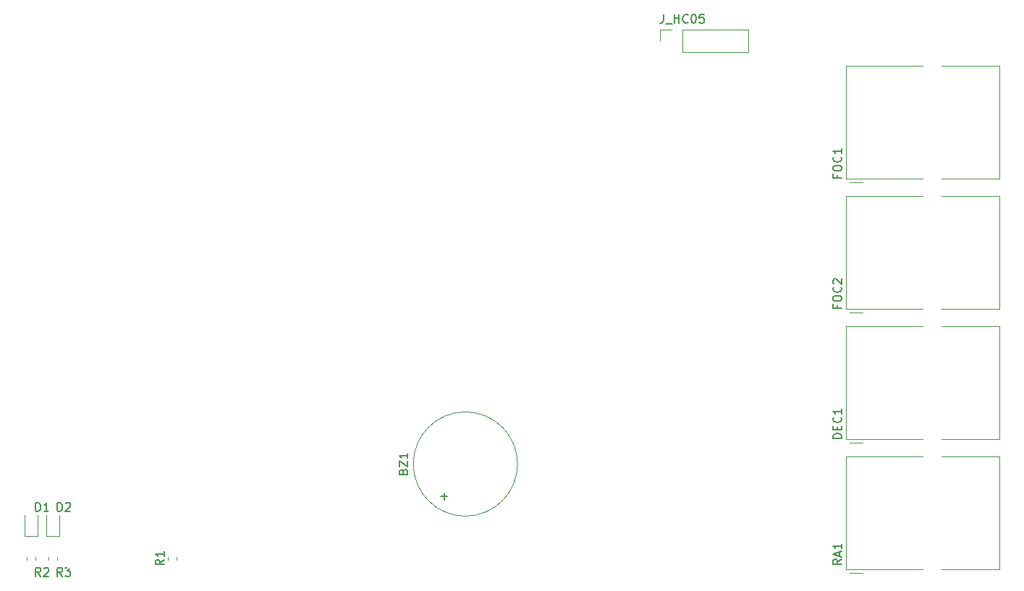
<source format=gbr>
G04 #@! TF.GenerationSoftware,KiCad,Pcbnew,5.1.5+dfsg1-2build2*
G04 #@! TF.CreationDate,2020-09-05T16:32:43+02:00*
G04 #@! TF.ProjectId,onstep-ramps-shield,6f6e7374-6570-42d7-9261-6d70732d7368,1*
G04 #@! TF.SameCoordinates,Original*
G04 #@! TF.FileFunction,Legend,Top*
G04 #@! TF.FilePolarity,Positive*
%FSLAX46Y46*%
G04 Gerber Fmt 4.6, Leading zero omitted, Abs format (unit mm)*
G04 Created by KiCad (PCBNEW 5.1.5+dfsg1-2build2) date 2020-09-05 16:32:43*
%MOMM*%
%LPD*%
G04 APERTURE LIST*
%ADD10C,0.120000*%
%ADD11C,0.100000*%
%ADD12C,0.150000*%
%ADD13O,1.700000X1.700000*%
%ADD14R,1.700000X1.700000*%
%ADD15C,0.152400*%
%ADD16R,1.520000X1.520000*%
%ADD17C,3.250000*%
%ADD18C,1.520000*%
%ADD19O,1.800000X2.800000*%
%ADD20C,2.000000*%
%ADD21R,2.000000X2.000000*%
G04 APERTURE END LIST*
D10*
X93220000Y-115346267D02*
X93220000Y-115003733D01*
X92200000Y-115346267D02*
X92200000Y-115003733D01*
X90680000Y-115346267D02*
X90680000Y-115003733D01*
X89660000Y-115346267D02*
X89660000Y-115003733D01*
X107190000Y-115346267D02*
X107190000Y-115003733D01*
X106170000Y-115346267D02*
X106170000Y-115003733D01*
X93445000Y-112545000D02*
X93445000Y-110085000D01*
X91975000Y-112545000D02*
X93445000Y-112545000D01*
X91975000Y-110085000D02*
X91975000Y-112545000D01*
X90905000Y-112545000D02*
X90905000Y-110085000D01*
X89435000Y-112545000D02*
X90905000Y-112545000D01*
X89435000Y-110085000D02*
X89435000Y-112545000D01*
X163770000Y-54610000D02*
X163770000Y-53280000D01*
X163770000Y-53280000D02*
X165100000Y-53280000D01*
X166370000Y-53280000D02*
X174050000Y-53280000D01*
X174050000Y-55940000D02*
X174050000Y-53280000D01*
X166370000Y-55940000D02*
X174050000Y-55940000D01*
X166370000Y-55940000D02*
X166370000Y-53280000D01*
X185460000Y-116460000D02*
X185460000Y-103260000D01*
X185460000Y-103260000D02*
X194480000Y-103260000D01*
D11*
X203340000Y-103260000D02*
X203460000Y-103260000D01*
D10*
X203460000Y-103260000D02*
X196680000Y-103260000D01*
D11*
X203450000Y-103260000D02*
X203460000Y-103260000D01*
D10*
X203460000Y-103260000D02*
X203460000Y-116460000D01*
X203460000Y-116460000D02*
X196680000Y-116460000D01*
D11*
X194410000Y-116460000D02*
X194480000Y-116460000D01*
D10*
X194480000Y-116460000D02*
X185460000Y-116460000D01*
X187460000Y-116930000D02*
X185930000Y-116930000D01*
X185460000Y-85980000D02*
X185460000Y-72780000D01*
X185460000Y-72780000D02*
X194480000Y-72780000D01*
D11*
X203340000Y-72780000D02*
X203460000Y-72780000D01*
D10*
X203460000Y-72780000D02*
X196680000Y-72780000D01*
D11*
X203450000Y-72780000D02*
X203460000Y-72780000D01*
D10*
X203460000Y-72780000D02*
X203460000Y-85980000D01*
X203460000Y-85980000D02*
X196680000Y-85980000D01*
D11*
X194410000Y-85980000D02*
X194480000Y-85980000D01*
D10*
X194480000Y-85980000D02*
X185460000Y-85980000D01*
X187460000Y-86450000D02*
X185930000Y-86450000D01*
X185460000Y-70740000D02*
X185460000Y-57540000D01*
X185460000Y-57540000D02*
X194480000Y-57540000D01*
D11*
X203340000Y-57540000D02*
X203460000Y-57540000D01*
D10*
X203460000Y-57540000D02*
X196680000Y-57540000D01*
D11*
X203450000Y-57540000D02*
X203460000Y-57540000D01*
D10*
X203460000Y-57540000D02*
X203460000Y-70740000D01*
X203460000Y-70740000D02*
X196680000Y-70740000D01*
D11*
X194410000Y-70740000D02*
X194480000Y-70740000D01*
D10*
X194480000Y-70740000D02*
X185460000Y-70740000D01*
X187460000Y-71210000D02*
X185930000Y-71210000D01*
X185460000Y-101220000D02*
X185460000Y-88020000D01*
X185460000Y-88020000D02*
X194480000Y-88020000D01*
D11*
X203340000Y-88020000D02*
X203460000Y-88020000D01*
D10*
X203460000Y-88020000D02*
X196680000Y-88020000D01*
D11*
X203450000Y-88020000D02*
X203460000Y-88020000D01*
D10*
X203460000Y-88020000D02*
X203460000Y-101220000D01*
X203460000Y-101220000D02*
X196680000Y-101220000D01*
D11*
X194410000Y-101220000D02*
X194480000Y-101220000D01*
D10*
X194480000Y-101220000D02*
X185460000Y-101220000D01*
X187460000Y-101690000D02*
X185930000Y-101690000D01*
X147070000Y-104150000D02*
G75*
G03X147070000Y-104150000I-6100000J0D01*
G01*
D12*
X93813333Y-117292380D02*
X93480000Y-116816190D01*
X93241904Y-117292380D02*
X93241904Y-116292380D01*
X93622857Y-116292380D01*
X93718095Y-116340000D01*
X93765714Y-116387619D01*
X93813333Y-116482857D01*
X93813333Y-116625714D01*
X93765714Y-116720952D01*
X93718095Y-116768571D01*
X93622857Y-116816190D01*
X93241904Y-116816190D01*
X94146666Y-116292380D02*
X94765714Y-116292380D01*
X94432380Y-116673333D01*
X94575238Y-116673333D01*
X94670476Y-116720952D01*
X94718095Y-116768571D01*
X94765714Y-116863809D01*
X94765714Y-117101904D01*
X94718095Y-117197142D01*
X94670476Y-117244761D01*
X94575238Y-117292380D01*
X94289523Y-117292380D01*
X94194285Y-117244761D01*
X94146666Y-117197142D01*
X91273333Y-117292380D02*
X90940000Y-116816190D01*
X90701904Y-117292380D02*
X90701904Y-116292380D01*
X91082857Y-116292380D01*
X91178095Y-116340000D01*
X91225714Y-116387619D01*
X91273333Y-116482857D01*
X91273333Y-116625714D01*
X91225714Y-116720952D01*
X91178095Y-116768571D01*
X91082857Y-116816190D01*
X90701904Y-116816190D01*
X91654285Y-116387619D02*
X91701904Y-116340000D01*
X91797142Y-116292380D01*
X92035238Y-116292380D01*
X92130476Y-116340000D01*
X92178095Y-116387619D01*
X92225714Y-116482857D01*
X92225714Y-116578095D01*
X92178095Y-116720952D01*
X91606666Y-117292380D01*
X92225714Y-117292380D01*
X105702380Y-115341666D02*
X105226190Y-115675000D01*
X105702380Y-115913095D02*
X104702380Y-115913095D01*
X104702380Y-115532142D01*
X104750000Y-115436904D01*
X104797619Y-115389285D01*
X104892857Y-115341666D01*
X105035714Y-115341666D01*
X105130952Y-115389285D01*
X105178571Y-115436904D01*
X105226190Y-115532142D01*
X105226190Y-115913095D01*
X105702380Y-114389285D02*
X105702380Y-114960714D01*
X105702380Y-114675000D02*
X104702380Y-114675000D01*
X104845238Y-114770238D01*
X104940476Y-114865476D01*
X104988095Y-114960714D01*
X93241904Y-109672380D02*
X93241904Y-108672380D01*
X93480000Y-108672380D01*
X93622857Y-108720000D01*
X93718095Y-108815238D01*
X93765714Y-108910476D01*
X93813333Y-109100952D01*
X93813333Y-109243809D01*
X93765714Y-109434285D01*
X93718095Y-109529523D01*
X93622857Y-109624761D01*
X93480000Y-109672380D01*
X93241904Y-109672380D01*
X94194285Y-108767619D02*
X94241904Y-108720000D01*
X94337142Y-108672380D01*
X94575238Y-108672380D01*
X94670476Y-108720000D01*
X94718095Y-108767619D01*
X94765714Y-108862857D01*
X94765714Y-108958095D01*
X94718095Y-109100952D01*
X94146666Y-109672380D01*
X94765714Y-109672380D01*
X90701904Y-109672380D02*
X90701904Y-108672380D01*
X90940000Y-108672380D01*
X91082857Y-108720000D01*
X91178095Y-108815238D01*
X91225714Y-108910476D01*
X91273333Y-109100952D01*
X91273333Y-109243809D01*
X91225714Y-109434285D01*
X91178095Y-109529523D01*
X91082857Y-109624761D01*
X90940000Y-109672380D01*
X90701904Y-109672380D01*
X92225714Y-109672380D02*
X91654285Y-109672380D01*
X91940000Y-109672380D02*
X91940000Y-108672380D01*
X91844761Y-108815238D01*
X91749523Y-108910476D01*
X91654285Y-108958095D01*
X164155714Y-51522380D02*
X164155714Y-52236666D01*
X164108095Y-52379523D01*
X164012857Y-52474761D01*
X163870000Y-52522380D01*
X163774761Y-52522380D01*
X164393809Y-52617619D02*
X165155714Y-52617619D01*
X165393809Y-52522380D02*
X165393809Y-51522380D01*
X165393809Y-51998571D02*
X165965238Y-51998571D01*
X165965238Y-52522380D02*
X165965238Y-51522380D01*
X167012857Y-52427142D02*
X166965238Y-52474761D01*
X166822380Y-52522380D01*
X166727142Y-52522380D01*
X166584285Y-52474761D01*
X166489047Y-52379523D01*
X166441428Y-52284285D01*
X166393809Y-52093809D01*
X166393809Y-51950952D01*
X166441428Y-51760476D01*
X166489047Y-51665238D01*
X166584285Y-51570000D01*
X166727142Y-51522380D01*
X166822380Y-51522380D01*
X166965238Y-51570000D01*
X167012857Y-51617619D01*
X167631904Y-51522380D02*
X167727142Y-51522380D01*
X167822380Y-51570000D01*
X167870000Y-51617619D01*
X167917619Y-51712857D01*
X167965238Y-51903333D01*
X167965238Y-52141428D01*
X167917619Y-52331904D01*
X167870000Y-52427142D01*
X167822380Y-52474761D01*
X167727142Y-52522380D01*
X167631904Y-52522380D01*
X167536666Y-52474761D01*
X167489047Y-52427142D01*
X167441428Y-52331904D01*
X167393809Y-52141428D01*
X167393809Y-51903333D01*
X167441428Y-51712857D01*
X167489047Y-51617619D01*
X167536666Y-51570000D01*
X167631904Y-51522380D01*
X168870000Y-51522380D02*
X168393809Y-51522380D01*
X168346190Y-51998571D01*
X168393809Y-51950952D01*
X168489047Y-51903333D01*
X168727142Y-51903333D01*
X168822380Y-51950952D01*
X168870000Y-51998571D01*
X168917619Y-52093809D01*
X168917619Y-52331904D01*
X168870000Y-52427142D01*
X168822380Y-52474761D01*
X168727142Y-52522380D01*
X168489047Y-52522380D01*
X168393809Y-52474761D01*
X168346190Y-52427142D01*
X184982380Y-115295238D02*
X184506190Y-115628571D01*
X184982380Y-115866666D02*
X183982380Y-115866666D01*
X183982380Y-115485714D01*
X184030000Y-115390476D01*
X184077619Y-115342857D01*
X184172857Y-115295238D01*
X184315714Y-115295238D01*
X184410952Y-115342857D01*
X184458571Y-115390476D01*
X184506190Y-115485714D01*
X184506190Y-115866666D01*
X184696666Y-114914285D02*
X184696666Y-114438095D01*
X184982380Y-115009523D02*
X183982380Y-114676190D01*
X184982380Y-114342857D01*
X184982380Y-113485714D02*
X184982380Y-114057142D01*
X184982380Y-113771428D02*
X183982380Y-113771428D01*
X184125238Y-113866666D01*
X184220476Y-113961904D01*
X184268095Y-114057142D01*
X184458571Y-85577142D02*
X184458571Y-85910476D01*
X184982380Y-85910476D02*
X183982380Y-85910476D01*
X183982380Y-85434285D01*
X183982380Y-84862857D02*
X183982380Y-84672380D01*
X184030000Y-84577142D01*
X184125238Y-84481904D01*
X184315714Y-84434285D01*
X184649047Y-84434285D01*
X184839523Y-84481904D01*
X184934761Y-84577142D01*
X184982380Y-84672380D01*
X184982380Y-84862857D01*
X184934761Y-84958095D01*
X184839523Y-85053333D01*
X184649047Y-85100952D01*
X184315714Y-85100952D01*
X184125238Y-85053333D01*
X184030000Y-84958095D01*
X183982380Y-84862857D01*
X184887142Y-83434285D02*
X184934761Y-83481904D01*
X184982380Y-83624761D01*
X184982380Y-83720000D01*
X184934761Y-83862857D01*
X184839523Y-83958095D01*
X184744285Y-84005714D01*
X184553809Y-84053333D01*
X184410952Y-84053333D01*
X184220476Y-84005714D01*
X184125238Y-83958095D01*
X184030000Y-83862857D01*
X183982380Y-83720000D01*
X183982380Y-83624761D01*
X184030000Y-83481904D01*
X184077619Y-83434285D01*
X184077619Y-83053333D02*
X184030000Y-83005714D01*
X183982380Y-82910476D01*
X183982380Y-82672380D01*
X184030000Y-82577142D01*
X184077619Y-82529523D01*
X184172857Y-82481904D01*
X184268095Y-82481904D01*
X184410952Y-82529523D01*
X184982380Y-83100952D01*
X184982380Y-82481904D01*
X184458571Y-70337142D02*
X184458571Y-70670476D01*
X184982380Y-70670476D02*
X183982380Y-70670476D01*
X183982380Y-70194285D01*
X183982380Y-69622857D02*
X183982380Y-69432380D01*
X184030000Y-69337142D01*
X184125238Y-69241904D01*
X184315714Y-69194285D01*
X184649047Y-69194285D01*
X184839523Y-69241904D01*
X184934761Y-69337142D01*
X184982380Y-69432380D01*
X184982380Y-69622857D01*
X184934761Y-69718095D01*
X184839523Y-69813333D01*
X184649047Y-69860952D01*
X184315714Y-69860952D01*
X184125238Y-69813333D01*
X184030000Y-69718095D01*
X183982380Y-69622857D01*
X184887142Y-68194285D02*
X184934761Y-68241904D01*
X184982380Y-68384761D01*
X184982380Y-68480000D01*
X184934761Y-68622857D01*
X184839523Y-68718095D01*
X184744285Y-68765714D01*
X184553809Y-68813333D01*
X184410952Y-68813333D01*
X184220476Y-68765714D01*
X184125238Y-68718095D01*
X184030000Y-68622857D01*
X183982380Y-68480000D01*
X183982380Y-68384761D01*
X184030000Y-68241904D01*
X184077619Y-68194285D01*
X184982380Y-67241904D02*
X184982380Y-67813333D01*
X184982380Y-67527619D02*
X183982380Y-67527619D01*
X184125238Y-67622857D01*
X184220476Y-67718095D01*
X184268095Y-67813333D01*
X184982380Y-101150476D02*
X183982380Y-101150476D01*
X183982380Y-100912380D01*
X184030000Y-100769523D01*
X184125238Y-100674285D01*
X184220476Y-100626666D01*
X184410952Y-100579047D01*
X184553809Y-100579047D01*
X184744285Y-100626666D01*
X184839523Y-100674285D01*
X184934761Y-100769523D01*
X184982380Y-100912380D01*
X184982380Y-101150476D01*
X184458571Y-100150476D02*
X184458571Y-99817142D01*
X184982380Y-99674285D02*
X184982380Y-100150476D01*
X183982380Y-100150476D01*
X183982380Y-99674285D01*
X184887142Y-98674285D02*
X184934761Y-98721904D01*
X184982380Y-98864761D01*
X184982380Y-98960000D01*
X184934761Y-99102857D01*
X184839523Y-99198095D01*
X184744285Y-99245714D01*
X184553809Y-99293333D01*
X184410952Y-99293333D01*
X184220476Y-99245714D01*
X184125238Y-99198095D01*
X184030000Y-99102857D01*
X183982380Y-98960000D01*
X183982380Y-98864761D01*
X184030000Y-98721904D01*
X184077619Y-98674285D01*
X184982380Y-97721904D02*
X184982380Y-98293333D01*
X184982380Y-98007619D02*
X183982380Y-98007619D01*
X184125238Y-98102857D01*
X184220476Y-98198095D01*
X184268095Y-98293333D01*
X133698571Y-105030952D02*
X133746190Y-104888095D01*
X133793809Y-104840476D01*
X133889047Y-104792857D01*
X134031904Y-104792857D01*
X134127142Y-104840476D01*
X134174761Y-104888095D01*
X134222380Y-104983333D01*
X134222380Y-105364285D01*
X133222380Y-105364285D01*
X133222380Y-105030952D01*
X133270000Y-104935714D01*
X133317619Y-104888095D01*
X133412857Y-104840476D01*
X133508095Y-104840476D01*
X133603333Y-104888095D01*
X133650952Y-104935714D01*
X133698571Y-105030952D01*
X133698571Y-105364285D01*
X133222380Y-104459523D02*
X133222380Y-103792857D01*
X134222380Y-104459523D01*
X134222380Y-103792857D01*
X134222380Y-102888095D02*
X134222380Y-103459523D01*
X134222380Y-103173809D02*
X133222380Y-103173809D01*
X133365238Y-103269047D01*
X133460476Y-103364285D01*
X133508095Y-103459523D01*
X138501428Y-108340952D02*
X138501428Y-107579047D01*
X138882380Y-107960000D02*
X138120476Y-107960000D01*
%LPC*%
D13*
X142240000Y-62230000D03*
X142240000Y-64770000D03*
X142240000Y-67310000D03*
D14*
X142240000Y-69850000D03*
D15*
G36*
X92970779Y-113776144D02*
G01*
X92993834Y-113779563D01*
X93016443Y-113785227D01*
X93038387Y-113793079D01*
X93059457Y-113803044D01*
X93079448Y-113815026D01*
X93098168Y-113828910D01*
X93115438Y-113844562D01*
X93131090Y-113861832D01*
X93144974Y-113880552D01*
X93156956Y-113900543D01*
X93166921Y-113921613D01*
X93174773Y-113943557D01*
X93180437Y-113966166D01*
X93183856Y-113989221D01*
X93185000Y-114012500D01*
X93185000Y-114587500D01*
X93183856Y-114610779D01*
X93180437Y-114633834D01*
X93174773Y-114656443D01*
X93166921Y-114678387D01*
X93156956Y-114699457D01*
X93144974Y-114719448D01*
X93131090Y-114738168D01*
X93115438Y-114755438D01*
X93098168Y-114771090D01*
X93079448Y-114784974D01*
X93059457Y-114796956D01*
X93038387Y-114806921D01*
X93016443Y-114814773D01*
X92993834Y-114820437D01*
X92970779Y-114823856D01*
X92947500Y-114825000D01*
X92472500Y-114825000D01*
X92449221Y-114823856D01*
X92426166Y-114820437D01*
X92403557Y-114814773D01*
X92381613Y-114806921D01*
X92360543Y-114796956D01*
X92340552Y-114784974D01*
X92321832Y-114771090D01*
X92304562Y-114755438D01*
X92288910Y-114738168D01*
X92275026Y-114719448D01*
X92263044Y-114699457D01*
X92253079Y-114678387D01*
X92245227Y-114656443D01*
X92239563Y-114633834D01*
X92236144Y-114610779D01*
X92235000Y-114587500D01*
X92235000Y-114012500D01*
X92236144Y-113989221D01*
X92239563Y-113966166D01*
X92245227Y-113943557D01*
X92253079Y-113921613D01*
X92263044Y-113900543D01*
X92275026Y-113880552D01*
X92288910Y-113861832D01*
X92304562Y-113844562D01*
X92321832Y-113828910D01*
X92340552Y-113815026D01*
X92360543Y-113803044D01*
X92381613Y-113793079D01*
X92403557Y-113785227D01*
X92426166Y-113779563D01*
X92449221Y-113776144D01*
X92472500Y-113775000D01*
X92947500Y-113775000D01*
X92970779Y-113776144D01*
G37*
G36*
X92970779Y-115526144D02*
G01*
X92993834Y-115529563D01*
X93016443Y-115535227D01*
X93038387Y-115543079D01*
X93059457Y-115553044D01*
X93079448Y-115565026D01*
X93098168Y-115578910D01*
X93115438Y-115594562D01*
X93131090Y-115611832D01*
X93144974Y-115630552D01*
X93156956Y-115650543D01*
X93166921Y-115671613D01*
X93174773Y-115693557D01*
X93180437Y-115716166D01*
X93183856Y-115739221D01*
X93185000Y-115762500D01*
X93185000Y-116337500D01*
X93183856Y-116360779D01*
X93180437Y-116383834D01*
X93174773Y-116406443D01*
X93166921Y-116428387D01*
X93156956Y-116449457D01*
X93144974Y-116469448D01*
X93131090Y-116488168D01*
X93115438Y-116505438D01*
X93098168Y-116521090D01*
X93079448Y-116534974D01*
X93059457Y-116546956D01*
X93038387Y-116556921D01*
X93016443Y-116564773D01*
X92993834Y-116570437D01*
X92970779Y-116573856D01*
X92947500Y-116575000D01*
X92472500Y-116575000D01*
X92449221Y-116573856D01*
X92426166Y-116570437D01*
X92403557Y-116564773D01*
X92381613Y-116556921D01*
X92360543Y-116546956D01*
X92340552Y-116534974D01*
X92321832Y-116521090D01*
X92304562Y-116505438D01*
X92288910Y-116488168D01*
X92275026Y-116469448D01*
X92263044Y-116449457D01*
X92253079Y-116428387D01*
X92245227Y-116406443D01*
X92239563Y-116383834D01*
X92236144Y-116360779D01*
X92235000Y-116337500D01*
X92235000Y-115762500D01*
X92236144Y-115739221D01*
X92239563Y-115716166D01*
X92245227Y-115693557D01*
X92253079Y-115671613D01*
X92263044Y-115650543D01*
X92275026Y-115630552D01*
X92288910Y-115611832D01*
X92304562Y-115594562D01*
X92321832Y-115578910D01*
X92340552Y-115565026D01*
X92360543Y-115553044D01*
X92381613Y-115543079D01*
X92403557Y-115535227D01*
X92426166Y-115529563D01*
X92449221Y-115526144D01*
X92472500Y-115525000D01*
X92947500Y-115525000D01*
X92970779Y-115526144D01*
G37*
G36*
X90430779Y-113776144D02*
G01*
X90453834Y-113779563D01*
X90476443Y-113785227D01*
X90498387Y-113793079D01*
X90519457Y-113803044D01*
X90539448Y-113815026D01*
X90558168Y-113828910D01*
X90575438Y-113844562D01*
X90591090Y-113861832D01*
X90604974Y-113880552D01*
X90616956Y-113900543D01*
X90626921Y-113921613D01*
X90634773Y-113943557D01*
X90640437Y-113966166D01*
X90643856Y-113989221D01*
X90645000Y-114012500D01*
X90645000Y-114587500D01*
X90643856Y-114610779D01*
X90640437Y-114633834D01*
X90634773Y-114656443D01*
X90626921Y-114678387D01*
X90616956Y-114699457D01*
X90604974Y-114719448D01*
X90591090Y-114738168D01*
X90575438Y-114755438D01*
X90558168Y-114771090D01*
X90539448Y-114784974D01*
X90519457Y-114796956D01*
X90498387Y-114806921D01*
X90476443Y-114814773D01*
X90453834Y-114820437D01*
X90430779Y-114823856D01*
X90407500Y-114825000D01*
X89932500Y-114825000D01*
X89909221Y-114823856D01*
X89886166Y-114820437D01*
X89863557Y-114814773D01*
X89841613Y-114806921D01*
X89820543Y-114796956D01*
X89800552Y-114784974D01*
X89781832Y-114771090D01*
X89764562Y-114755438D01*
X89748910Y-114738168D01*
X89735026Y-114719448D01*
X89723044Y-114699457D01*
X89713079Y-114678387D01*
X89705227Y-114656443D01*
X89699563Y-114633834D01*
X89696144Y-114610779D01*
X89695000Y-114587500D01*
X89695000Y-114012500D01*
X89696144Y-113989221D01*
X89699563Y-113966166D01*
X89705227Y-113943557D01*
X89713079Y-113921613D01*
X89723044Y-113900543D01*
X89735026Y-113880552D01*
X89748910Y-113861832D01*
X89764562Y-113844562D01*
X89781832Y-113828910D01*
X89800552Y-113815026D01*
X89820543Y-113803044D01*
X89841613Y-113793079D01*
X89863557Y-113785227D01*
X89886166Y-113779563D01*
X89909221Y-113776144D01*
X89932500Y-113775000D01*
X90407500Y-113775000D01*
X90430779Y-113776144D01*
G37*
G36*
X90430779Y-115526144D02*
G01*
X90453834Y-115529563D01*
X90476443Y-115535227D01*
X90498387Y-115543079D01*
X90519457Y-115553044D01*
X90539448Y-115565026D01*
X90558168Y-115578910D01*
X90575438Y-115594562D01*
X90591090Y-115611832D01*
X90604974Y-115630552D01*
X90616956Y-115650543D01*
X90626921Y-115671613D01*
X90634773Y-115693557D01*
X90640437Y-115716166D01*
X90643856Y-115739221D01*
X90645000Y-115762500D01*
X90645000Y-116337500D01*
X90643856Y-116360779D01*
X90640437Y-116383834D01*
X90634773Y-116406443D01*
X90626921Y-116428387D01*
X90616956Y-116449457D01*
X90604974Y-116469448D01*
X90591090Y-116488168D01*
X90575438Y-116505438D01*
X90558168Y-116521090D01*
X90539448Y-116534974D01*
X90519457Y-116546956D01*
X90498387Y-116556921D01*
X90476443Y-116564773D01*
X90453834Y-116570437D01*
X90430779Y-116573856D01*
X90407500Y-116575000D01*
X89932500Y-116575000D01*
X89909221Y-116573856D01*
X89886166Y-116570437D01*
X89863557Y-116564773D01*
X89841613Y-116556921D01*
X89820543Y-116546956D01*
X89800552Y-116534974D01*
X89781832Y-116521090D01*
X89764562Y-116505438D01*
X89748910Y-116488168D01*
X89735026Y-116469448D01*
X89723044Y-116449457D01*
X89713079Y-116428387D01*
X89705227Y-116406443D01*
X89699563Y-116383834D01*
X89696144Y-116360779D01*
X89695000Y-116337500D01*
X89695000Y-115762500D01*
X89696144Y-115739221D01*
X89699563Y-115716166D01*
X89705227Y-115693557D01*
X89713079Y-115671613D01*
X89723044Y-115650543D01*
X89735026Y-115630552D01*
X89748910Y-115611832D01*
X89764562Y-115594562D01*
X89781832Y-115578910D01*
X89800552Y-115565026D01*
X89820543Y-115553044D01*
X89841613Y-115543079D01*
X89863557Y-115535227D01*
X89886166Y-115529563D01*
X89909221Y-115526144D01*
X89932500Y-115525000D01*
X90407500Y-115525000D01*
X90430779Y-115526144D01*
G37*
G36*
X106940779Y-113776144D02*
G01*
X106963834Y-113779563D01*
X106986443Y-113785227D01*
X107008387Y-113793079D01*
X107029457Y-113803044D01*
X107049448Y-113815026D01*
X107068168Y-113828910D01*
X107085438Y-113844562D01*
X107101090Y-113861832D01*
X107114974Y-113880552D01*
X107126956Y-113900543D01*
X107136921Y-113921613D01*
X107144773Y-113943557D01*
X107150437Y-113966166D01*
X107153856Y-113989221D01*
X107155000Y-114012500D01*
X107155000Y-114587500D01*
X107153856Y-114610779D01*
X107150437Y-114633834D01*
X107144773Y-114656443D01*
X107136921Y-114678387D01*
X107126956Y-114699457D01*
X107114974Y-114719448D01*
X107101090Y-114738168D01*
X107085438Y-114755438D01*
X107068168Y-114771090D01*
X107049448Y-114784974D01*
X107029457Y-114796956D01*
X107008387Y-114806921D01*
X106986443Y-114814773D01*
X106963834Y-114820437D01*
X106940779Y-114823856D01*
X106917500Y-114825000D01*
X106442500Y-114825000D01*
X106419221Y-114823856D01*
X106396166Y-114820437D01*
X106373557Y-114814773D01*
X106351613Y-114806921D01*
X106330543Y-114796956D01*
X106310552Y-114784974D01*
X106291832Y-114771090D01*
X106274562Y-114755438D01*
X106258910Y-114738168D01*
X106245026Y-114719448D01*
X106233044Y-114699457D01*
X106223079Y-114678387D01*
X106215227Y-114656443D01*
X106209563Y-114633834D01*
X106206144Y-114610779D01*
X106205000Y-114587500D01*
X106205000Y-114012500D01*
X106206144Y-113989221D01*
X106209563Y-113966166D01*
X106215227Y-113943557D01*
X106223079Y-113921613D01*
X106233044Y-113900543D01*
X106245026Y-113880552D01*
X106258910Y-113861832D01*
X106274562Y-113844562D01*
X106291832Y-113828910D01*
X106310552Y-113815026D01*
X106330543Y-113803044D01*
X106351613Y-113793079D01*
X106373557Y-113785227D01*
X106396166Y-113779563D01*
X106419221Y-113776144D01*
X106442500Y-113775000D01*
X106917500Y-113775000D01*
X106940779Y-113776144D01*
G37*
G36*
X106940779Y-115526144D02*
G01*
X106963834Y-115529563D01*
X106986443Y-115535227D01*
X107008387Y-115543079D01*
X107029457Y-115553044D01*
X107049448Y-115565026D01*
X107068168Y-115578910D01*
X107085438Y-115594562D01*
X107101090Y-115611832D01*
X107114974Y-115630552D01*
X107126956Y-115650543D01*
X107136921Y-115671613D01*
X107144773Y-115693557D01*
X107150437Y-115716166D01*
X107153856Y-115739221D01*
X107155000Y-115762500D01*
X107155000Y-116337500D01*
X107153856Y-116360779D01*
X107150437Y-116383834D01*
X107144773Y-116406443D01*
X107136921Y-116428387D01*
X107126956Y-116449457D01*
X107114974Y-116469448D01*
X107101090Y-116488168D01*
X107085438Y-116505438D01*
X107068168Y-116521090D01*
X107049448Y-116534974D01*
X107029457Y-116546956D01*
X107008387Y-116556921D01*
X106986443Y-116564773D01*
X106963834Y-116570437D01*
X106940779Y-116573856D01*
X106917500Y-116575000D01*
X106442500Y-116575000D01*
X106419221Y-116573856D01*
X106396166Y-116570437D01*
X106373557Y-116564773D01*
X106351613Y-116556921D01*
X106330543Y-116546956D01*
X106310552Y-116534974D01*
X106291832Y-116521090D01*
X106274562Y-116505438D01*
X106258910Y-116488168D01*
X106245026Y-116469448D01*
X106233044Y-116449457D01*
X106223079Y-116428387D01*
X106215227Y-116406443D01*
X106209563Y-116383834D01*
X106206144Y-116360779D01*
X106205000Y-116337500D01*
X106205000Y-115762500D01*
X106206144Y-115739221D01*
X106209563Y-115716166D01*
X106215227Y-115693557D01*
X106223079Y-115671613D01*
X106233044Y-115650543D01*
X106245026Y-115630552D01*
X106258910Y-115611832D01*
X106274562Y-115594562D01*
X106291832Y-115578910D01*
X106310552Y-115565026D01*
X106330543Y-115553044D01*
X106351613Y-115543079D01*
X106373557Y-115535227D01*
X106396166Y-115529563D01*
X106419221Y-115526144D01*
X106442500Y-115525000D01*
X106917500Y-115525000D01*
X106940779Y-115526144D01*
G37*
G36*
X92970779Y-109486144D02*
G01*
X92993834Y-109489563D01*
X93016443Y-109495227D01*
X93038387Y-109503079D01*
X93059457Y-109513044D01*
X93079448Y-109525026D01*
X93098168Y-109538910D01*
X93115438Y-109554562D01*
X93131090Y-109571832D01*
X93144974Y-109590552D01*
X93156956Y-109610543D01*
X93166921Y-109631613D01*
X93174773Y-109653557D01*
X93180437Y-109676166D01*
X93183856Y-109699221D01*
X93185000Y-109722500D01*
X93185000Y-110297500D01*
X93183856Y-110320779D01*
X93180437Y-110343834D01*
X93174773Y-110366443D01*
X93166921Y-110388387D01*
X93156956Y-110409457D01*
X93144974Y-110429448D01*
X93131090Y-110448168D01*
X93115438Y-110465438D01*
X93098168Y-110481090D01*
X93079448Y-110494974D01*
X93059457Y-110506956D01*
X93038387Y-110516921D01*
X93016443Y-110524773D01*
X92993834Y-110530437D01*
X92970779Y-110533856D01*
X92947500Y-110535000D01*
X92472500Y-110535000D01*
X92449221Y-110533856D01*
X92426166Y-110530437D01*
X92403557Y-110524773D01*
X92381613Y-110516921D01*
X92360543Y-110506956D01*
X92340552Y-110494974D01*
X92321832Y-110481090D01*
X92304562Y-110465438D01*
X92288910Y-110448168D01*
X92275026Y-110429448D01*
X92263044Y-110409457D01*
X92253079Y-110388387D01*
X92245227Y-110366443D01*
X92239563Y-110343834D01*
X92236144Y-110320779D01*
X92235000Y-110297500D01*
X92235000Y-109722500D01*
X92236144Y-109699221D01*
X92239563Y-109676166D01*
X92245227Y-109653557D01*
X92253079Y-109631613D01*
X92263044Y-109610543D01*
X92275026Y-109590552D01*
X92288910Y-109571832D01*
X92304562Y-109554562D01*
X92321832Y-109538910D01*
X92340552Y-109525026D01*
X92360543Y-109513044D01*
X92381613Y-109503079D01*
X92403557Y-109495227D01*
X92426166Y-109489563D01*
X92449221Y-109486144D01*
X92472500Y-109485000D01*
X92947500Y-109485000D01*
X92970779Y-109486144D01*
G37*
G36*
X92970779Y-111236144D02*
G01*
X92993834Y-111239563D01*
X93016443Y-111245227D01*
X93038387Y-111253079D01*
X93059457Y-111263044D01*
X93079448Y-111275026D01*
X93098168Y-111288910D01*
X93115438Y-111304562D01*
X93131090Y-111321832D01*
X93144974Y-111340552D01*
X93156956Y-111360543D01*
X93166921Y-111381613D01*
X93174773Y-111403557D01*
X93180437Y-111426166D01*
X93183856Y-111449221D01*
X93185000Y-111472500D01*
X93185000Y-112047500D01*
X93183856Y-112070779D01*
X93180437Y-112093834D01*
X93174773Y-112116443D01*
X93166921Y-112138387D01*
X93156956Y-112159457D01*
X93144974Y-112179448D01*
X93131090Y-112198168D01*
X93115438Y-112215438D01*
X93098168Y-112231090D01*
X93079448Y-112244974D01*
X93059457Y-112256956D01*
X93038387Y-112266921D01*
X93016443Y-112274773D01*
X92993834Y-112280437D01*
X92970779Y-112283856D01*
X92947500Y-112285000D01*
X92472500Y-112285000D01*
X92449221Y-112283856D01*
X92426166Y-112280437D01*
X92403557Y-112274773D01*
X92381613Y-112266921D01*
X92360543Y-112256956D01*
X92340552Y-112244974D01*
X92321832Y-112231090D01*
X92304562Y-112215438D01*
X92288910Y-112198168D01*
X92275026Y-112179448D01*
X92263044Y-112159457D01*
X92253079Y-112138387D01*
X92245227Y-112116443D01*
X92239563Y-112093834D01*
X92236144Y-112070779D01*
X92235000Y-112047500D01*
X92235000Y-111472500D01*
X92236144Y-111449221D01*
X92239563Y-111426166D01*
X92245227Y-111403557D01*
X92253079Y-111381613D01*
X92263044Y-111360543D01*
X92275026Y-111340552D01*
X92288910Y-111321832D01*
X92304562Y-111304562D01*
X92321832Y-111288910D01*
X92340552Y-111275026D01*
X92360543Y-111263044D01*
X92381613Y-111253079D01*
X92403557Y-111245227D01*
X92426166Y-111239563D01*
X92449221Y-111236144D01*
X92472500Y-111235000D01*
X92947500Y-111235000D01*
X92970779Y-111236144D01*
G37*
G36*
X90430779Y-109486144D02*
G01*
X90453834Y-109489563D01*
X90476443Y-109495227D01*
X90498387Y-109503079D01*
X90519457Y-109513044D01*
X90539448Y-109525026D01*
X90558168Y-109538910D01*
X90575438Y-109554562D01*
X90591090Y-109571832D01*
X90604974Y-109590552D01*
X90616956Y-109610543D01*
X90626921Y-109631613D01*
X90634773Y-109653557D01*
X90640437Y-109676166D01*
X90643856Y-109699221D01*
X90645000Y-109722500D01*
X90645000Y-110297500D01*
X90643856Y-110320779D01*
X90640437Y-110343834D01*
X90634773Y-110366443D01*
X90626921Y-110388387D01*
X90616956Y-110409457D01*
X90604974Y-110429448D01*
X90591090Y-110448168D01*
X90575438Y-110465438D01*
X90558168Y-110481090D01*
X90539448Y-110494974D01*
X90519457Y-110506956D01*
X90498387Y-110516921D01*
X90476443Y-110524773D01*
X90453834Y-110530437D01*
X90430779Y-110533856D01*
X90407500Y-110535000D01*
X89932500Y-110535000D01*
X89909221Y-110533856D01*
X89886166Y-110530437D01*
X89863557Y-110524773D01*
X89841613Y-110516921D01*
X89820543Y-110506956D01*
X89800552Y-110494974D01*
X89781832Y-110481090D01*
X89764562Y-110465438D01*
X89748910Y-110448168D01*
X89735026Y-110429448D01*
X89723044Y-110409457D01*
X89713079Y-110388387D01*
X89705227Y-110366443D01*
X89699563Y-110343834D01*
X89696144Y-110320779D01*
X89695000Y-110297500D01*
X89695000Y-109722500D01*
X89696144Y-109699221D01*
X89699563Y-109676166D01*
X89705227Y-109653557D01*
X89713079Y-109631613D01*
X89723044Y-109610543D01*
X89735026Y-109590552D01*
X89748910Y-109571832D01*
X89764562Y-109554562D01*
X89781832Y-109538910D01*
X89800552Y-109525026D01*
X89820543Y-109513044D01*
X89841613Y-109503079D01*
X89863557Y-109495227D01*
X89886166Y-109489563D01*
X89909221Y-109486144D01*
X89932500Y-109485000D01*
X90407500Y-109485000D01*
X90430779Y-109486144D01*
G37*
G36*
X90430779Y-111236144D02*
G01*
X90453834Y-111239563D01*
X90476443Y-111245227D01*
X90498387Y-111253079D01*
X90519457Y-111263044D01*
X90539448Y-111275026D01*
X90558168Y-111288910D01*
X90575438Y-111304562D01*
X90591090Y-111321832D01*
X90604974Y-111340552D01*
X90616956Y-111360543D01*
X90626921Y-111381613D01*
X90634773Y-111403557D01*
X90640437Y-111426166D01*
X90643856Y-111449221D01*
X90645000Y-111472500D01*
X90645000Y-112047500D01*
X90643856Y-112070779D01*
X90640437Y-112093834D01*
X90634773Y-112116443D01*
X90626921Y-112138387D01*
X90616956Y-112159457D01*
X90604974Y-112179448D01*
X90591090Y-112198168D01*
X90575438Y-112215438D01*
X90558168Y-112231090D01*
X90539448Y-112244974D01*
X90519457Y-112256956D01*
X90498387Y-112266921D01*
X90476443Y-112274773D01*
X90453834Y-112280437D01*
X90430779Y-112283856D01*
X90407500Y-112285000D01*
X89932500Y-112285000D01*
X89909221Y-112283856D01*
X89886166Y-112280437D01*
X89863557Y-112274773D01*
X89841613Y-112266921D01*
X89820543Y-112256956D01*
X89800552Y-112244974D01*
X89781832Y-112231090D01*
X89764562Y-112215438D01*
X89748910Y-112198168D01*
X89735026Y-112179448D01*
X89723044Y-112159457D01*
X89713079Y-112138387D01*
X89705227Y-112116443D01*
X89699563Y-112093834D01*
X89696144Y-112070779D01*
X89695000Y-112047500D01*
X89695000Y-111472500D01*
X89696144Y-111449221D01*
X89699563Y-111426166D01*
X89705227Y-111403557D01*
X89713079Y-111381613D01*
X89723044Y-111360543D01*
X89735026Y-111340552D01*
X89748910Y-111321832D01*
X89764562Y-111304562D01*
X89781832Y-111288910D01*
X89800552Y-111275026D01*
X89820543Y-111263044D01*
X89841613Y-111253079D01*
X89863557Y-111245227D01*
X89886166Y-111239563D01*
X89909221Y-111236144D01*
X89932500Y-111235000D01*
X90407500Y-111235000D01*
X90430779Y-111236144D01*
G37*
D13*
X172720000Y-54610000D03*
X170180000Y-54610000D03*
X167640000Y-54610000D03*
D14*
X165100000Y-54610000D03*
D13*
X172720000Y-58420000D03*
X170180000Y-58420000D03*
X167640000Y-58420000D03*
D14*
X165100000Y-58420000D03*
D13*
X172720000Y-114300000D03*
X170180000Y-114300000D03*
X167640000Y-114300000D03*
D14*
X165100000Y-114300000D03*
D13*
X102870000Y-110490000D03*
X102870000Y-113030000D03*
D14*
X102870000Y-115570000D03*
D13*
X100330000Y-110490000D03*
X100330000Y-113030000D03*
D14*
X100330000Y-115570000D03*
D13*
X97790000Y-110490000D03*
X97790000Y-113030000D03*
D14*
X97790000Y-115570000D03*
D13*
X95250000Y-110490000D03*
X95250000Y-113030000D03*
D14*
X95250000Y-115570000D03*
D13*
X139700000Y-64770000D03*
D14*
X137160000Y-64770000D03*
D13*
X100330000Y-87630000D03*
X97790000Y-87630000D03*
X95250000Y-87630000D03*
D14*
X92710000Y-87630000D03*
D13*
X118110000Y-64770000D03*
X115570000Y-64770000D03*
X113030000Y-64770000D03*
D14*
X110490000Y-64770000D03*
D13*
X101600000Y-64770000D03*
X99060000Y-64770000D03*
X96520000Y-64770000D03*
D14*
X93980000Y-64770000D03*
D13*
X120650000Y-87630000D03*
X118110000Y-87630000D03*
X115570000Y-87630000D03*
D14*
X113030000Y-87630000D03*
D13*
X151130000Y-113030000D03*
X151130000Y-115570000D03*
X148590000Y-113030000D03*
X148590000Y-115570000D03*
X146050000Y-113030000D03*
X146050000Y-115570000D03*
X143510000Y-113030000D03*
D14*
X143510000Y-115570000D03*
D13*
X135890000Y-113030000D03*
X135890000Y-115570000D03*
X133350000Y-113030000D03*
X133350000Y-115570000D03*
X130810000Y-113030000D03*
X130810000Y-115570000D03*
X128270000Y-113030000D03*
X128270000Y-115570000D03*
X125730000Y-113030000D03*
D14*
X125730000Y-115570000D03*
D13*
X118110000Y-113030000D03*
X118110000Y-115570000D03*
X115570000Y-113030000D03*
X115570000Y-115570000D03*
X113030000Y-113030000D03*
X113030000Y-115570000D03*
X110490000Y-113030000D03*
D14*
X110490000Y-115570000D03*
D13*
X151130000Y-59690000D03*
X151130000Y-62230000D03*
X151130000Y-64770000D03*
X151130000Y-67310000D03*
X151130000Y-69850000D03*
X151130000Y-72390000D03*
X151130000Y-74930000D03*
X151130000Y-77470000D03*
X151130000Y-80010000D03*
X151130000Y-82550000D03*
X151130000Y-85090000D03*
X151130000Y-87630000D03*
X151130000Y-90170000D03*
X151130000Y-92710000D03*
X151130000Y-95250000D03*
X151130000Y-97790000D03*
X151130000Y-100330000D03*
D14*
X151130000Y-102870000D03*
D16*
X186690000Y-113030000D03*
D17*
X195580000Y-114940000D03*
D18*
X189230000Y-111760000D03*
X186690000Y-110490000D03*
X189230000Y-109220000D03*
X186690000Y-107950000D03*
X189230000Y-106680000D03*
D17*
X195580000Y-104780000D03*
D19*
X192760000Y-94520000D03*
X198260000Y-94520000D03*
X200660000Y-96520000D03*
X192760000Y-109760000D03*
X198260000Y-109760000D03*
X200660000Y-111760000D03*
D16*
X186690000Y-82550000D03*
D17*
X195580000Y-84460000D03*
D18*
X189230000Y-81280000D03*
X186690000Y-80010000D03*
X189230000Y-78740000D03*
X186690000Y-77470000D03*
X189230000Y-76200000D03*
D17*
X195580000Y-74300000D03*
D16*
X186690000Y-67310000D03*
D17*
X195580000Y-69220000D03*
D18*
X189230000Y-66040000D03*
X186690000Y-64770000D03*
X189230000Y-63500000D03*
X186690000Y-62230000D03*
X189230000Y-60960000D03*
D17*
X195580000Y-59060000D03*
D16*
X186690000Y-97790000D03*
D17*
X195580000Y-99700000D03*
D18*
X189230000Y-96520000D03*
X186690000Y-95250000D03*
X189230000Y-93980000D03*
X186690000Y-92710000D03*
X189230000Y-91440000D03*
D17*
X195580000Y-89540000D03*
D20*
X140970000Y-100350000D03*
D21*
X140970000Y-107950000D03*
M02*

</source>
